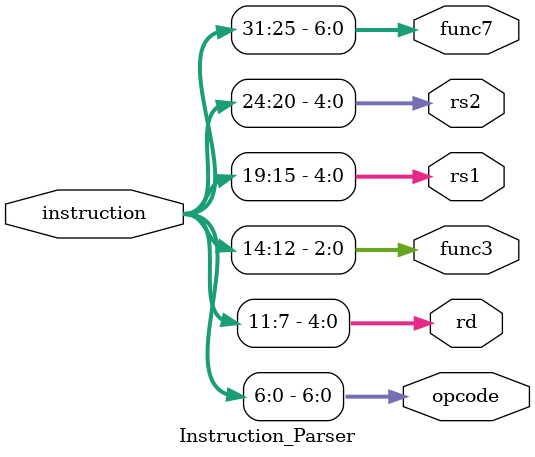
<source format=v>
module Instruction_Parser
  (
    input [31:0] instruction,
    
    output [6:0] opcode,
    output [4:0] rd,
    output [2:0] func3,
    output [4:0] rs1,
    output [4:0] rs2,
    output [6:0] func7
  );
  
  assign opcode = instruction[6:0];
  assign rd = instruction[11:7];
  assign func3 = instruction[14:12];
  assign rs1 = instruction[19:15];
  assign rs2 = instruction[24:20];
  assign func7 = instruction[31:25];
  
endmodule
</source>
